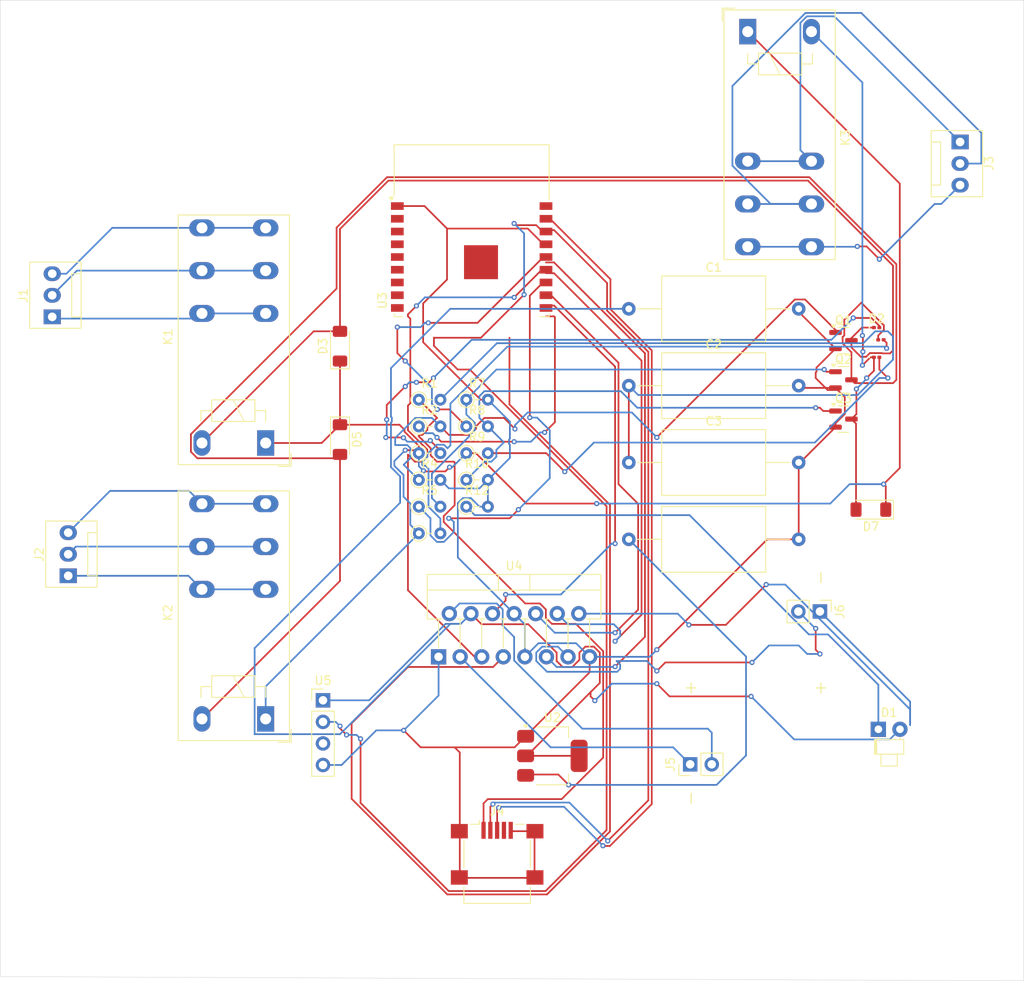
<source format=kicad_pcb>
(kicad_pcb (version 20240108) (generator "pcbnew") (generator_version "8.0")
  (layers (0 "F.Cu" signal) (31 "B.Cu" signal) (34 "B.Paste" user) (35 "F.Paste" user) (36 "B.SilkS" user "B.Silkscreen") (37 "F.SilkS" user "F.Silkscreen") (38 "B.Mask" user) (39 "F.Mask" user) (44 "Edge.Cuts" user))
  (net 0 "")
  (net 1 "+3.3V")
  (net 2 "Net-(D1-K)")
  (net 3 "Net-(D2-A)")
  (net 4 "Net-(D2-K)")
  (net 5 "+5V")
  (net 6 "Net-(D4-K)")
  (net 7 "Net-(D4-A)")
  (net 8 "Net-(D6-A)")
  (net 9 "Net-(D6-K)")
  (net 10 "Net-(J1-Pin_2)")
  (net 11 "Net-(J1-Pin_1)")
  (net 12 "Net-(J1-Pin_3)")
  (net 13 "Net-(J2-Pin_2)")
  (net 14 "Net-(J2-Pin_3)")
  (net 15 "Net-(J2-Pin_1)")
  (net 16 "Net-(J3-Pin_1)")
  (net 17 "Net-(J3-Pin_2)")
  (net 18 "Net-(J3-Pin_3)")
  (net 19 "GND")
  (net 20 "Net-(J4-VBUS)")
  (net 21 "/TX")
  (net 23 "/RX")
  (net 24 "Net-(J5-Pin_2)")
  (net 25 "Net-(J5-Pin_1)")
  (net 26 "Net-(J6-Pin_2)")
  (net 27 "Net-(J6-Pin_1)")
  (net 28 "Net-(Q1-B)")
  (net 29 "Net-(Q2-B)")
  (net 30 "Net-(Q3-B)")
  (net 31 "/RELAY1")
  (net 32 "/RELAY3")
  (net 33 "/C")
  (net 34 "/RELAY2")
  (net 35 "/S")
  (net 36 "/Q")
  (net 37 "/B")
  (net 38 "/Z")
  (net 39 "/A")
  (net 40 "/D")
  (net 41 "VBUS")
  (net 43 "Net-(C2-Pad1)")
  (footprint "Package_TO_SOT_SMD:SOT-23" (layer "F.Cu") (at 160.27 73.585)
    (property "Reference" "Q1")
    (property "Value" "BC817")
  )
  (footprint "Resistor_THT:R_Axial_DIN0204_L3.6mm_D1.6mm_P2.54mm_Vertical" (layer "F.Cu") (at 110.28 83.7)
    (property "Reference" "R2")
    (property "Value" "R" (hide yes))
  )
  (footprint "Resistor_THT:R_Axial_DIN0204_L3.6mm_D1.6mm_P2.54mm_Vertical" (layer "F.Cu") (at 110.28 86.85)
    (property "Reference" "R3" (hide yes))
    (property "Value" "R")
  )
  (footprint "Connector_PinHeader_2.54mm:PinHeader_1x02_P2.54mm_Vertical" (layer "F.Cu") (at 157.5 105.5 -90)
    (property "Reference" "J6")
    (property "Value" "Conn_01x02_Pin")
  )
  (footprint "LED_SMD:LED_0201_0603Metric" (layer "F.Cu") (at 164.175 72.06)
    (property "Reference" "D2")
    (property "Value" "LED" (hide yes))
  )
  (footprint "Connector_PinHeader_2.54mm:PinHeader_1x04_P2.54mm_Vertical" (layer "F.Cu") (at 99 115.96)
    (property "Reference" "U5")
    (property "Value" "DHT11")
  )
  (footprint "LED_SMD:LED_0201_0603Metric" (layer "F.Cu") (at 164.175 75.56)
    (property "Reference" "D6" (hide yes))
    (property "Value" "LED")
  )
  (footprint "Relay_THT:Relay_SPDT_Schrack-RT1-16A-FormC_RM5mm" (layer "F.Cu") (at 149 37.2 -90)
    (property "Reference" "K3")
    (property "Value" "RT314A03")
  )
  (footprint "Package_TO_SOT_THT:TO-220-15_P2.54x2.54mm_StaggerOdd_Lead4.58mm_Vertical" (layer "F.Cu") (at 112.605 110.835)
    (property "Reference" "U4")
    (property "Value" "L298N")
  )
  (footprint "Diode_SMD:D_MiniMELF" (layer "F.Cu") (at 101 74.25 90)
    (property "Reference" "D3")
    (property "Value" "LL4148")
  )
  (footprint "Relay_THT:Relay_SPDT_Schrack-RT1-16A-FormC_RM5mm" (layer "F.Cu") (at 92.25 85.65 90)
    (property "Reference" "K1")
    (property "Value" "RT314A03")
  )
  (footprint "Diode_SMD:D_MiniMELF" (layer "F.Cu") (at 101 85.25 -90)
    (property "Reference" "D5")
    (property "Value" "LL4148")
  )
  (footprint "Resistor_THT:R_Axial_DIN0204_L3.6mm_D1.6mm_P2.54mm_Vertical" (layer "F.Cu") (at 115.87 93.15)
    (property "Reference" "R12")
    (property "Value" "R")
  )
  (footprint "Package_TO_SOT_SMD:SOT-223-3_TabPin2" (layer "F.Cu") (at 126 122.5)
    (property "Reference" "U2")
    (property "Value" "AMS1117-3.3")
  )
  (footprint "Connector_PinHeader_2.54mm:PinHeader_1x02_P2.54mm_Vertical" (layer "F.Cu") (at 142.225 123.5 90)
    (property "Reference" "J5")
    (property "Value" "Conn_01x02_Pin")
  )
  (footprint "Connector:FanPinHeader_1x03_P2.54mm_Vertical" (layer "F.Cu") (at 174 50.2 -90)
    (property "Reference" "J3")
    (property "Value" "Screw_Terminal_01x03")
  )
  (footprint "Resistor_THT:R_Axial_DIN0204_L3.6mm_D1.6mm_P2.54mm_Vertical" (layer "F.Cu") (at 115.87 80.55)
    (property "Reference" "R7")
    (property "Value" "R")
  )
  (footprint "Resistor_THT:R_Axial_DIN0204_L3.6mm_D1.6mm_P2.54mm_Vertical" (layer "F.Cu") (at 115.87 90)
    (property "Reference" "R10")
    (property "Value" "R")
  )
  (footprint "Connector:FanPinHeader_1x03_P2.54mm_Vertical" (layer "F.Cu") (at 67.125 70.795 90)
    (property "Reference" "J1")
    (property "Value" "Screw_Terminal_01x03")
  )
  (footprint "Package_TO_SOT_SMD:SOT-23" (layer "F.Cu") (at 160.27 82.835)
    (property "Reference" "Q3")
    (property "Value" "BC817")
  )
  (footprint "Connector_USB:USB_Mini-B_Lumberg_2486_01_Horizontal" (layer "F.Cu") (at 119.5 133.975)
    (property "Reference" "J4")
    (property "Value" "USB_B_Mini")
  )
  (footprint "Capacitor_THT:C_Axial_L12.0mm_D7.5mm_P20.00mm_Horizontal" (layer "F.Cu") (at 135 97)
    (property "Reference" "C4" (hide yes))
    (property "Value" "C")
  )
  (footprint "Capacitor_THT:C_Axial_L12.0mm_D7.5mm_P20.00mm_Horizontal" (layer "F.Cu") (at 135 87.95)
    (property "Reference" "C3")
    (property "Value" "C" (hide yes))
  )
  (footprint "Resistor_THT:R_Axial_DIN0204_L3.6mm_D1.6mm_P2.54mm_Vertical" (layer "F.Cu") (at 110.28 80.55)
    (property "Reference" "R1")
    (property "Value" "R")
  )
  (footprint "Diode_SMD:D_MiniMELF" (layer "F.Cu") (at 163.5 93.5 180)
    (property "Reference" "D7")
    (property "Value" "LL4148")
  )
  (footprint "Capacitor_THT:C_Axial_L12.0mm_D7.5mm_P20.00mm_Horizontal" (layer "F.Cu") (at 135 78.9)
    (property "Reference" "C2")
    (property "Value" "C")
  )
  (footprint "Package_TO_SOT_SMD:SOT-23" (layer "F.Cu") (at 160.27 78.21)
    (property "Reference" "Q2")
    (property "Value" "BC817")
  )
  (footprint "Relay_THT:Relay_SPDT_Schrack-RT1-16A-FormC_RM5mm" (layer "F.Cu") (at 92.25 118.15 90)
    (property "Reference" "K2")
    (property "Value" "RT314A03")
  )
  (footprint "RF_Module:ESP-WROOM-02" (layer "F.Cu") (at 116.5 63.745)
    (property "Reference" "U3")
    (property "Value" "ESP-WROOM-02")
  )
  (footprint "LED_SMD:LED_0201_0603Metric" (layer "F.Cu") (at 164.68 73.5)
    (property "Reference" "D4" (hide yes))
    (property "Value" "LED" (hide yes))
  )
  (footprint "Resistor_THT:R_Axial_DIN0204_L3.6mm_D1.6mm_P2.54mm_Vertical" (layer "F.Cu") (at 115.87 83.7)
    (property "Reference" "R8")
    (property "Value" "R")
  )
  (footprint "LED_THT:LED_D1.8mm_W1.8mm_H2.4mm_Horizontal_O1.27mm_Z1.6mm" (layer "F.Cu") (at 164.38 119.37)
    (property "Reference" "D1")
    (property "Value" "LED")
  )
  (footprint "Resistor_THT:R_Axial_DIN0204_L3.6mm_D1.6mm_P2.54mm_Vertical" (layer "F.Cu") (at 110.28 90)
    (property "Reference" "R4")
    (property "Value" "R")
  )
  (footprint "Connector:FanPinHeader_1x03_P2.54mm_Vertical" (layer "F.Cu") (at 69.01 101.295 90)
    (property "Reference" "J2")
    (property "Value" "Screw_Terminal_01x03")
  )
  (footprint "Resistor_THT:R_Axial_DIN0204_L3.6mm_D1.6mm_P2.54mm_Vertical" (layer "F.Cu") (at 115.87 86.85)
    (property "Reference" "R9")
    (property "Value" "R")
  )
  (footprint "Capacitor_THT:C_Axial_L12.0mm_D7.5mm_P20.00mm_Horizontal" (layer "F.Cu") (at 135 69.85)
    (property "Reference" "C1")
    (property "Value" "C")
  )
  (footprint "Resistor_THT:R_Axial_DIN0204_L3.6mm_D1.6mm_P2.54mm_Vertical" (layer "F.Cu") (at 110.28 93.15)
    (property "Reference" "R5")
    (property "Value" "R" (hide yes))
  )
  (footprint "Resistor_THT:R_Axial_DIN0204_L3.6mm_D1.6mm_P2.54mm_Vertical" (layer "F.Cu") (at 110.28 96.3)
    (property "Reference" "R6" (hide yes))
    (property "Value" "R")
  )
  (gr_line (start 181.5 149) (end 181.5 33.5) (stroke (width 0.05)) (layer "Edge.Cuts"))
  (gr_line (start 181.5 33.5) (end 61 33.5) (stroke (width 0.05)) (layer "Edge.Cuts"))
  (gr_line (start 61 33.5) (end 61 148.5) (stroke (width 0.05)) (layer "Edge.Cuts"))
  (gr_line (start 61 148.5) (end 181.5 149) (stroke (width 0.05)) (layer "Edge.Cuts"))
  (segment (start 130.5 115) (end 131.585 113.915) (width 0.2) (layer "F.Cu") (net 1))
  (segment (start 123.167057 107) (end 117.66 107) (width 0.2) (layer "F.Cu") (net 1))
  (segment (start 122.85 122.5) (end 123 122.5) (width 0.2) (layer "F.Cu") (net 1))
  (segment (start 126.505 110.337943) (end 123.167057 107) (width 0.2) (layer "F.Cu") (net 1))
  (segment (start 130.5 115.5) (end 130.5 115) (width 0.2) (layer "F.Cu") (net 1))
  (segment (start 130.882057 109.635) (end 129.887943 109.635) (width 0.2) (layer "F.Cu") (net 1))
  (segment (start 129.185 110.337943) (end 129.185 111.192057) (width 0.2) (layer "F.Cu") (net 1))
  (segment (start 128.342057 112.035) (end 127.207943 112.035) (width 0.2) (layer "F.Cu") (net 1))
  (segment (start 127.207943 112.035) (end 126.505 111.332057) (width 0.2) (layer "F.Cu") (net 1))
  (segment (start 117.66 107) (end 116.415 105.755) (width 0.2) (layer "F.Cu") (net 1))
  (segment (start 149.4 115.5) (end 139.8 115.5) (width 0.2) (layer "F.Cu") (net 1))
  (segment (start 123 122.5) (end 130.5 115) (width 0.2) (layer "F.Cu") (net 1))
  (segment (start 139.8 115.5) (end 138.3 114) (width 0.2) (layer "F.Cu") (net 1))
  (segment (start 129.185 111.192057) (end 128.342057 112.035) (width 0.2) (layer "F.Cu") (net 1))
  (segment (start 122.85 122.5) (end 129.15 122.5) (width 0.2) (layer "F.Cu") (net 1))
  (segment (start 131 116) (end 130.5 115.5) (width 0.2) (layer "F.Cu") (net 1))
  (segment (start 126.505 111.332057) (end 126.505 110.337943) (width 0.2) (layer "F.Cu") (net 1))
  (segment (start 129.887943 109.635) (end 129.185 110.337943) (width 0.2) (layer "F.Cu") (net 1))
  (segment (start 131.585 110.337943) (end 130.882057 109.635) (width 0.2) (layer "F.Cu") (net 1))
  (segment (start 131.585 113.915) (end 131.585 110.337943) (width 0.2) (layer "F.Cu") (net 1))
  (via (at 149.4 115.5) (size 0.6) (drill 0.3) (layers "F.Cu" "B.Cu") (net 1))
  (via (at 138.3 114) (size 0.6) (drill 0.3) (layers "F.Cu" "B.Cu") (net 1))
  (via (at 131 116) (size 0.6) (drill 0.3) (layers "F.Cu" "B.Cu") (net 1))
  (segment (start 115.215 106.955) (end 116.415 105.755) (width 0.2) (layer "B.Cu") (net 1))
  (segment (start 113.425 106.955) (end 115.215 106.955) (width 0.2) (layer "B.Cu") (net 1))
  (segment (start 104.42 115.96) (end 113.425 106.955) (width 0.2) (layer "B.Cu") (net 1))
  (segment (start 107 76.831471) (end 107 82.551471) (width 0.2) (layer "B.Cu") (net 1))
  (segment (start 107 82.551471) (end 107.1 82.651471) (width 0.2) (layer "B.Cu") (net 1))
  (segment (start 90.95 119.95) (end 101.005 119.95) (width 0.2) (layer "B.Cu") (net 1))
  (segment (start 113.981471 69.85) (end 107 76.831471) (width 0.2) (layer "B.Cu") (net 1))
  (segment (start 101.005 119.95) (end 114 106.955) (width 0.2) (layer "B.Cu") (net 1))
  (segment (start 154.47 120.57) (end 149.4 115.5) (width 0.2) (layer "B.Cu") (net 1))
  (segment (start 107 83.248529) (end 107 88.5) (width 0.2) (layer "B.Cu") (net 1))
  (segment (start 114 106.955) (end 115.215 106.955) (width 0.2) (layer "B.Cu") (net 1))
  (segment (start 108.08 89.58) (end 108.08 92.685786) (width 0.2) (layer "B.Cu") (net 1))
  (segment (start 135 69.85) (end 113.981471 69.85) (width 0.2) (layer "B.Cu") (net 1))
  (segment (start 107.1 82.651471) (end 107.1 83.148529) (width 0.2) (layer "B.Cu") (net 1))
  (segment (start 166.92 119.37) (end 165.72 120.57) (width 0.2) (layer "B.Cu") (net 1))
  (segment (start 133 114) (end 131 116) (width 0.2) (layer "B.Cu") (net 1))
  (segment (start 99 115.96) (end 104.42 115.96) (width 0.2) (layer "B.Cu") (net 1))
  (segment (start 138.3 114) (end 133 114) (width 0.2) (layer "B.Cu") (net 1))
  (segment (start 108.08 92.685786) (end 90.95 109.815786) (width 0.2) (layer "B.Cu") (net 1))
  (segment (start 107 88.5) (end 108.08 89.58) (width 0.2) (layer "B.Cu") (net 1))
  (segment (start 165.72 120.57) (end 154.47 120.57) (width 0.2) (layer "B.Cu") (net 1))
  (segment (start 107.1 83.148529) (end 107 83.248529) (width 0.2) (layer "B.Cu") (net 1))
  (segment (start 90.95 109.815786) (end 90.95 119.95) (width 0.2) (layer "B.Cu") (net 1))
  (segment (start 164.38 114.127308) (end 164.38 119.37) (width 0.2) (layer "B.Cu") (net 2))
  (segment (start 115.87 93.15) (end 116.87 94.15) (width 0.2) (layer "B.Cu") (net 2))
  (segment (start 142.15 94.15) (end 156.2 108.2) (width 0.2) (layer "B.Cu") (net 2))
  (segment (start 156.2 108.2) (end 158.452692 108.2) (width 0.2) (layer "B.Cu") (net 2))
  (segment (start 158.452692 108.2) (end 164.38 114.127308) (width 0.2) (layer "B.Cu") (net 2))
  (segment (start 116.87 94.15) (end 142.15 94.15) (width 0.2) (layer "B.Cu") (net 2))
  (segment (start 106.4 85) (end 108.429998 85) (width 0.2) (layer "F.Cu") (net 3))
  (segment (start 108.68 79) (end 106.5 81.18) (width 0.2) (layer "F.Cu") (net 3))
  (segment (start 163.559264 70.924265) (end 161.424265 70.924265) (width 0.2) (layer "F.Cu") (net 3))
  (segment (start 108.429998 85) (end 108.464999 85.035001) (width 0.2) (layer "F.Cu") (net 3))
  (segment (start 164.495 72.06) (end 164.495 71.860001) (width 0.2) (layer "F.Cu") (net 3))
  (segment (start 164.495 71.860001) (end 163.559264 70.924265) (width 0.2) (layer "F.Cu") (net 3))
  (segment (start 106.5 81.18) (end 106.5 82.9) (width 0.2) (layer "F.Cu") (net 3))
  (segment (start 111.5 78.5) (end 110 78.5) (width 0.2) (layer "F.Cu") (net 3))
  (segment (start 112 78) (end 111.5 78.5) (width 0.2) (layer "F.Cu") (net 3))
  (segment (start 111.629215 85.370785) (end 112.82 86.56157) (width 0.2) (layer "F.Cu") (net 3))
  (segment (start 112.82 86.56157) (end 112.82 86.85) (width 0.2) (layer "F.Cu") (net 3))
  (via (at 106.5 82.9) (size 0.6) (drill 0.3) (layers "F.Cu" "B.Cu") (net 3))
  (via (at 108.464999 85.035001) (size 0.6) (drill 0.3) (layers "F.Cu" "B.Cu") (net 3))
  (via (at 108.68 79) (size 0.6) (drill 0.3) (layers "F.Cu" "B.Cu") (net 3))
  (via (at 106.4 85) (size 0.6) (drill 0.3) (layers "F.Cu" "B.Cu") (net 3))
  (via (at 110 78.5) (size 0.6) (drill 0.3) (layers "F.Cu" "B.Cu") (net 3))
  (via (at 161.424265 70.924265) (size 0.6) (drill 0.3) (layers "F.Cu" "B.Cu") (net 3))
  (via (at 111.629215 85.370785) (size 0.6) (drill 0.3) (layers "F.Cu" "B.Cu") (net 3))
  (via (at 112 78) (size 0.6) (drill 0.3) (layers "F.Cu" "B.Cu") (net 3))
  (segment (start 106.5 84.9) (end 106.4 85) (width 0.2) (layer "B.Cu") (net 3))
  (segment (start 109.18 78.5) (end 108.68 79) (width 0.2) (layer "B.Cu") (net 3))
  (segment (start 108.464999 85.035001) (end 108.929998 85.5) (width 0.2) (layer "B.Cu") (net 3))
  (segment (start 111.5 85.5) (end 111.629215 85.370785) (width 0.2) (layer "B.Cu") (net 3))
  (segment (start 106.5 82.9) (end 106.5 84.9) (width 0.2) (layer "B.Cu") (net 3))
  (segment (start 108.929998 85.5) (end 111.5 85.5) (width 0.2) (layer "B.Cu") (net 3))
  (segment (start 158.84853 73.5) (end 116.5 73.5) (width 0.2) (layer "B.Cu") (net 3))
  (segment (start 110 78.5) (end 109.18 78.5) (width 0.2) (layer "B.Cu") (net 3))
  (segment (start 116.5 73.5) (end 112 78) (width 0.2) (layer "B.Cu") (net 3))
  (segment (start 161.424265 70.924265) (end 158.84853 73.5) (width 0.2) (layer "B.Cu") (net 3))
  (segment (start 166.1 74.748529) (end 165.748529 75.1) (width 0.2) (layer "F.Cu") (net 4))
  (segment (start 162.310134 75.5) (end 161.2075 74.397366) (width 0.2) (layer "F.Cu") (net 4))
  (segment (start 166.1 64.761522) (end 166.1 74.748529) (width 0.2) (layer "F.Cu") (net 4))
  (segment (start 106.7 54.745) (end 156.083478 54.745) (width 0.2) (layer "F.Cu") (net 4))
  (segment (start 156.083478 54.745) (end 166.1 64.761522) (width 0.2) (layer "F.Cu") (net 4))
  (segment (start 162.934314 75.5) (end 162.310134 75.5) (width 0.2) (layer "F.Cu") (net 4))
  (segment (start 162.44 72.06) (end 163.855 72.06) (width 0.2) (layer "F.Cu") (net 4))
  (segment (start 164.793456 75.06) (end 163.374314 75.06) (width 0.2) (layer "F.Cu") (net 4))
  (segment (start 161.2075 74.397366) (end 161.2075 73.585) (width 0.2) (layer "F.Cu") (net 4))
  (segment (start 161.2075 73.2925) (end 162.44 72.06) (width 0.2) (layer "F.Cu") (net 4))
  (segment (start 161.2075 73.585) (end 161.2075 73.2925) (width 0.2) (layer "F.Cu") (net 4))
  (segment (start 97.9 72.5) (end 84.75 85.65) (width 0.2) (layer "F.Cu") (net 4))
  (segment (start 165.748529 75.1) (end 164.833456 75.1) (width 0.2) (layer "F.Cu") (net 4))
  (segment (start 163.374314 75.06) (end 162.934314 75.5) (width 0.2) (layer "F.Cu") (net 4))
  (segment (start 101 72.5) (end 101 60.445) (width 0.2) (layer "F.Cu") (net 4))
  (segment (start 101 72.5) (end 97.9 72.5) (width 0.2) (layer "F.Cu") (net 4))
  (segment (start 164.833456 75.1) (end 164.793456 75.06) (width 0.2) (layer "F.Cu") (net 4))
  (segment (start 101 60.445) (end 106.7 54.745) (width 0.2) (layer "F.Cu") (net 4))
  (segment (start 110.82 88.928365) (end 110.891635 89) (width 0.2) (layer "F.Cu") (net 5))
  (segment (start 116.995786 86.85) (end 122.932944 92.787158) (width 0.2) (layer "F.Cu") (net 5))
  (segment (start 108.6 84.1) (end 108.6 84.321472) (width 0.2) (layer "F.Cu") (net 5))
  (segment (start 110.28 86.001472) (end 110.28 86.85) (width 0.2) (layer "F.Cu") (net 5))
  (segment (start 101 83.5) (end 108 83.5) (width 0.2) (layer "F.Cu") (net 5))
  (segment (start 166.9 55.1) (end 149 37.2) (width 0.2) (layer "F.Cu") (net 5))
  (segment (start 165 90.5) (end 166.9 88.6) (width 0.2) (layer "F.Cu") (net 5))
  (segment (start 108.6 84.321472) (end 110.28 86.001472) (width 0.2) (layer "F.Cu") (net 5))
  (segment (start 98.85 85.65) (end 101 83.5) (width 0.2) (layer "F.Cu") (net 5))
  (segment (start 108.68 86.5) (end 109.93 86.5) (width 0.2) (layer "F.Cu") (net 5))
  (segment (start 110.891635 89) (end 113.4 89) (width 0.2) (layer "F.Cu") (net 5))
  (segment (start 109.93 86.5) (end 110.28 86.85) (width 0.2) (layer "F.Cu") (net 5))
  (segment (start 166.9 88.6) (end 166.9 55.1) (width 0.2) (layer "F.Cu") (net 5))
  (segment (start 122.932944 92.787158) (end 131.212842 92.787158) (width 0.2) (layer "F.Cu") (net 5))
  (segment (start 101 76) (end 101 83.5) (width 0.2) (layer "F.Cu") (net 5))
  (segment (start 108 83.5) (end 108.6 84.1) (width 0.2) (layer "F.Cu") (net 5))
  (segment (start 92.25 85.65) (end 98.85 85.65) (width 0.2) (layer "F.Cu") (net 5))
  (segment (start 115.87 86.85) (end 116.995786 86.85) (width 0.2) (layer "F.Cu") (net 5))
  (segment (start 165 90.5) (end 165.25 90.75) (width 0.2) (layer "F.Cu") (net 5))
  (segment (start 165.25 90.75) (end 165.25 93.5) (width 0.2) (layer "F.Cu") (net 5))
  (segment (start 113.4 89) (end 113.9 88.5) (width 0.2) (layer "F.Cu") (net 5))
  (via (at 165 90.5) (size 0.6) (drill 0.3) (layers "F.Cu" "B.Cu") (net 5))
  (via (at 131.212842 92.787158) (size 0.6) (drill 0.3) (layers "F.Cu" "B.Cu") (net 5))
  (via (at 110.82 88.928365) (size 0.6) (drill 0.3) (layers "F.Cu" "B.Cu") (net 5))
  (via (at 108.68 86.5) (size 0.6) (drill 0.3) (layers "F.Cu" "B.Cu") (net 5))
  (via (at 113.9 88.5) (size 0.6) (drill 0.3) (layers "F.Cu" "B.Cu") (net 5))
  (segment (start 108.48 89.414314) (end 107.4 88.334314) (width 0.2) (layer "B.Cu") (net 5))
  (segment (start 107.4 88.334314) (end 107.4 87.78) (width 0.2) (layer "B.Cu") (net 5))
  (segment (start 92.25 118.15) (end 92.25 114.33) (width 0.2) (layer "B.Cu") (net 5))
  (segment (start 161 90.5) (end 165 90.5) (width 0.2) (layer "B.Cu") (net 5))
  (segment (start 113.9 88.5) (end 114.22 88.5) (width 0.2) (layer "B.Cu") (net 5))
  (segment (start 110.82 88.928365) (end 110.28 88.388365) (width 0.2) (layer "B.Cu") (net 5))
  (segment (start 114.22 88.5) (end 115.87 86.85) (width 0.2) (layer "B.Cu") (net 5))
  (segment (start 92.25 114.33) (end 110.28 96.3) (width 0.2) (layer "B.Cu") (net 5))
  (segment (start 131.212842 92.787158) (end 158.712842 92.787158) (width 0.2) (layer "B.Cu") (net 5))
  (segment (start 108.48 91.98) (end 108.48 89.414314) (width 0.2) (layer "B.Cu") (net 5))
  (segment (start 109.28 92.78) (end 108.48 91.98) (width 0.2) (layer "B.Cu") (net 5))
  (segment (start 110.28 96.3) (end 109.28 95.3) (width 0.2) (layer "B.Cu") (net 5))
  (segment (start 109.28 95.3) (end 109.28 92.78) (width 0.2) (layer "B.Cu") (net 5))
  (segment (start 110.28 88.388365) (end 110.28 86.85) (width 0.2) (layer "B.Cu") (net 5))
  (segment (start 107.4 87.78) (end 108.68 86.5) (width 0.2) (layer "B.Cu") (net 5))
  (segment (start 158.712842 92.787158) (end 161 90.5) (width 0.2) (layer "B.Cu") (net 5))
  (segment (start 165.025 72.328456) (end 164.36 72.993456) (width 0.2) (layer "F.Cu") (net 6))
  (segment (start 166.5 64.595836) (end 166.5 78.21) (width 0.2) (layer "F.Cu") (net 6))
  (segment (start 101 87) (end 100.55 87.45) (width 0.2) (layer "F.Cu") (net 6))
  (segment (start 160.37 71.13) (end 162.366728 69.133272) (width 0.2) (layer "F.Cu") (net 6))
  (segment (start 160.37 72.975552) (end 160.37 71.13) (width 0.2) (layer "F.Cu") (net 6))
  (segment (start 101 87) (end 101 101.9) (width 0.2) (layer "F.Cu") (net 6))
  (segment (start 165.025 71.791544) (end 165.025 72.328456) (width 0.2) (layer "F.Cu") (net 6))
  (segment (start 160.17 73.175552) (end 160.37 72.975552) (width 0.2) (layer "F.Cu") (net 6))
  (segment (start 161.2075 78.21) (end 161.2075 74.963052) (width 0.2) (layer "F.Cu") (net 6))
  (segment (start 160.17 73.925552) (end 160.17 73.175552) (width 0.2) (layer "F.Cu") (net 6))
  (segment (start 166.11 78.6) (end 161.5975 78.6) (width 0.2) (layer "F.Cu") (net 6))
  (segment (start 83.45 84.611522) (end 100.6 67.461522) (width 0.2) (layer "F.Cu") (net 6))
  (segment (start 84.211522 87.45) (end 83.45 86.688478) (width 0.2) (layer "F.Cu") (net 6))
  (segment (start 100.6 67.461522) (end 100.6 60.279314) (width 0.2) (layer "F.Cu") (net 6))
  (segment (start 164.36 72.993456) (end 164.36 73.5) (width 0.2) (layer "F.Cu") (net 6))
  (segment (start 100.55 87.45) (end 84.211522 87.45) (width 0.2) (layer "F.Cu") (net 6))
  (segment (start 161.2075 74.963052) (end 160.17 73.925552) (width 0.2) (layer "F.Cu") (net 6))
  (segment (start 162.366728 69.133272) (end 165.025 71.791544) (width 0.2) (layer "F.Cu") (net 6))
  (segment (start 100.6 60.279314) (end 106.534314 54.345) (width 0.2) (layer "F.Cu") (net 6))
  (segment (start 161.5975 78.6) (end 161.2075 78.21) (width 0.2) (layer "F.Cu") (net 6))
  (segment (start 166.5 78.21) (end 166.11 78.6) (width 0.2) (layer "F.Cu") (net 6))
  (segment (start 101 101.9) (end 84.75 118.15) (width 0.2) (layer "F.Cu") (net 6))
  (segment (start 156.249164 54.345) (end 166.5 64.595836) (width 0.2) (layer "F.Cu") (net 6))
  (segment (start 106.534314 54.345) (end 156.249164 54.345) (width 0.2) (layer "F.Cu") (net 6))
  (segment (start 83.45 86.688478) (end 83.45 84.611522) (width 0.2) (layer "F.Cu") (net 6))
  (segment (start 165.348527 73.848527) (end 165 73.5) (width 0.2) (layer "F.Cu") (net 7))
  (segment (start 165.348527 74.5) (end 165.348527 73.848527) (width 0.2) (layer "F.Cu") (net 7))
  (via (at 165.348527 74.5) (size 0.6) (drill 0.3) (layers "F.Cu" "B.Cu") (net 7))
  (segment (start 165.148527 74.3) (end 120.705786 74.3) (width 0.2) (layer "B.Cu") (net 7))
  (segment (start 112.405786 85.85) (end 111.28 86.975786) (width 0.2) (layer "B.Cu") (net 7))
  (segment (start 112.82 94.564214) (end 112.82 96.3) (width 0.2) (layer "B.Cu") (net 7))
  (segment (start 111.42 88.679836) (end 111.42 93.164214) (width 0.2) (layer "B.Cu") (net 7))
  (segment (start 111.28 87.264214) (end 110.68 87.864214) (width 0.2) (layer "B.Cu") (net 7))
  (segment (start 111.068529 88.328365) (end 111.42 88.679836) (width 0.2) (layer "B.Cu") (net 7))
  (segment (start 114 81.005786) (end 114 85.934314) (width 0.2) (layer "B.Cu") (net 7))
  (segment (start 113.659264 86.27505) (end 113.234214 85.85) (width 0.2) (layer "B.Cu") (net 7))
  (segment (start 111.28 86.975786) (end 111.28 87.264214) (width 0.2) (layer "B.Cu") (net 7))
  (segment (start 110.785686 88.328365) (end 111.068529 88.328365) (width 0.2) (layer "B.Cu") (net 7))
  (segment (start 120.705786 74.3) (end 114 81.005786) (width 0.2) (layer "B.Cu") (net 7))
  (segment (start 165.348527 74.5) (end 165.148527 74.3) (width 0.2) (layer "B.Cu") (net 7))
  (segment (start 114 85.934314) (end 113.659264 86.27505) (width 0.2) (layer "B.Cu") (net 7))
  (segment (start 111.42 93.164214) (end 112.82 94.564214) (width 0.2) (layer "B.Cu") (net 7))
  (segment (start 110.68 87.864214) (end 110.68 88.222679) (width 0.2) (layer "B.Cu") (net 7))
  (segment (start 113.234214 85.85) (end 112.405786 85.85) (width 0.2) (layer "B.Cu") (net 7))
  (segment (start 110.68 88.222679) (end 110.785686 88.328365) (width 0.2) (layer "B.Cu") (net 7))
  (segment (start 164.495 76.995) (end 164.495 75.56) (width 0.2) (layer "F.Cu") (net 8))
  (segment (start 165.5 78) (end 164.495 76.995) (width 0.2) (layer "F.Cu") (net 8))
  (segment (start 118.41 86.85) (end 125.275684 86.85) (width 0.2) (layer "F.Cu") (net 8))
  (segment (start 125.275684 86.85) (end 127.462842 89.037158) (width 0.2) (layer "F.Cu") (net 8))
  (via (at 127.462842 89.037158) (size 0.6) (drill 0.3) (layers "F.Cu" "B.Cu") (net 8))
  (via (at 165.5 78) (size 0.6) (drill 0.3) (layers "F.Cu" "B.Cu") (net 8))
  (segment (start 164.5 78) (end 156.9 85.6) (width 0.2) (layer "B.Cu") (net 8))
  (segment (start 130.9 85.6) (end 127.462842 89.037158) (width 0.2) (layer "B.Cu") (net 8))
  (segment (start 156.9 85.6) (end 130.9 85.6) (width 0.2) (layer "B.Cu") (net 8))
  (segment (start 165.5 78) (end 164.5 78) (width 0.2) (layer "B.Cu") (net 8))
  (segment (start 161.792892 82.249608) (end 161.2075 82.835) (width 0.2) (layer "F.Cu") (net 9))
  (segment (start 163.855 77.145) (end 163 78) (width 0.2) (layer "F.Cu") (net 9))
  (segment (start 162.558662 74.9) (end 162.558662 73.058662) (width 0.2) (layer "F.Cu") (net 9))
  (segment (start 162.5 76.5) (end 163.44 75.56) (width 0.2) (layer "F.Cu") (net 9))
  (segment (start 161.75 83.3775) (end 161.2075 82.835) (width 0.2) (layer "F.Cu") (net 9))
  (segment (start 163.855 75.56) (end 163.855 77.145) (width 0.2) (layer "F.Cu") (net 9))
  (segment (start 163.44 75.56) (end 163.855 75.56) (width 0.2) (layer "F.Cu") (net 9))
  (segment (start 161.75 93.5) (end 161.75 83.3775) (width 0.2) (layer "F.Cu") (net 9))
  (segment (start 162.558662 73.058662) (end 162.5 73) (width 0.2) (layer "F.Cu") (net 9))
  (segment (start 161.792892 79.292892) (end 161.792892 82.249608) (width 0.2) (layer "F.Cu") (net 9))
  (via (at 163 78) (size 0.6) (drill 0.3) (layers "F.Cu" "B.Cu") (net 9))
  (via (at 161.792892 79.292892) (size 0.6) (drill 0.3) (layers "F.Cu" "B.Cu") (net 9))
  (via (at 162.5 76.5) (size 0.6) (drill 0.3) (layers "F.Cu" "B.Cu") (net 9))
  (via (at 162.5 73) (size 0.6) (drill 0.3) (layers "F.Cu" "B.Cu") (net 9))
  (via (at 162.558662 74.9) (size 0.6) (drill 0.3) (layers "F.Cu" "B.Cu") (net 9))
  (segment (start 162.5 76.5) (end 162.5 74.958662) (width 0.2) (layer "B.Cu") (net 9))
  (segment (start 162.5 73) (end 162.5 43.2) (width 0.2) (layer "B.Cu") (net 9))
  (segment (start 163 78) (end 163 78.085784) (width 0.2) (layer "B.Cu") (net 9))
  (segment (start 162.5 43.2) (end 156.5 37.2) (width 0.2) (layer "B.Cu") (net 9))
  (segment (start 163 78.085784) (end 161.792892 79.292892) (width 0.2) (layer "B.Cu") (net 9))
  (segment (start 162.5 74.958662) (end 162.558662 74.9) (width 0.2) (layer "B.Cu") (net 9))
  (segment (start 84.75 65.35) (end 70.03 65.35) (width 0.2) (layer "B.Cu") (net 10))
  (segment (start 92.25 65.35) (end 84.75 65.35) (width 0.2) (layer "B.Cu") (net 10))
  (segment (start 70.03 65.35) (end 67.125 68.255) (width 0.2) (layer "B.Cu") (net 10))
  (segment (start 67.33 71) (end 84.14 71) (width 0.2) (layer "B.Cu") (net 11))
  (segment (start 67.125 70.795) (end 67.33 71) (width 0.2) (layer "B.Cu") (net 11))
  (segment (start 92.25 70.39) (end 84.75 70.39) (width 0.2) (layer "B.Cu") (net 11))
  (segment (start 84.14 71) (end 84.75 70.39) (width 0.2) (layer "B.Cu") (net 11))
  (segment (start 84.75 60.31) (end 74.19 60.31) (width 0.2) (layer "B.Cu") (net 12))
  (segment (start 68.785 65.715) (end 67.125 65.715) (width 0.2) (layer "B.Cu") (net 12))
  (segment (start 92.25 60.31) (end 84.75 60.31) (width 0.2) (layer "B.Cu") (net 12))
  (segment (start 74.19 60.31) (end 68.785 65.715) (width 0.2) (layer "B.Cu") (net 12))
  (segment (start 92.25 97.85) (end 84.75 97.85) (width 0.2) (layer "B.Cu") (net 13))
  (segment (start 84.75 97.85) (end 69.915 97.85) (width 0.2) (layer "B.Cu") (net 13))
  (segment (start 69.915 97.85) (end 69.01 98.755) (width 0.2) (layer "B.Cu") (net 13))
  (segment (start 73.93 91.295) (end 83.235 91.295) (width 0.2) (layer "B.Cu") (net 14))
  (segment (start 69.01 96.215) (end 73.93 91.295) (width 0.2) (layer "B.Cu") (net 14))
  (segment (start 83.235 91.295) (end 84.75 92.81) (width 0.2) (layer "B.Cu") (net 14))
  (segment (start 84.75 92.81) (end 92.25 92.81) (width 0.2) (layer "B.Cu") (net 14))
  (segment (start 84.75 102.89) (end 92.25 102.89) (width 0.2) (layer "B.Cu") (net 15))
  (segment (start 83.155 101.295) (end 84.75 102.89) (width 0.2) (layer "B.Cu") (net 15))
  (segment (start 69.01 101.295) (end 83.155 101.295) (width 0.2) (layer "B.Cu") (net 15))
  (segment (start 155.2 51.16) (end 155.2 36.161522) (width 0.2) (layer "B.Cu") (net 16))
  (segment (start 156.5 52.46) (end 155.2 51.16) (width 0.2) (layer "B.Cu") (net 16))
  (segment (start 155.2 36.161522) (end 155.961522 35.4) (width 0.2) (layer "B.Cu") (net 16))
  (segment (start 159.2 35.4) (end 174 50.2) (width 0.2) (layer "B.Cu") (net 16))
  (segment (start 149 52.46) (end 156.5 52.46) (width 0.2) (layer "B.Cu") (net 16))
  (segment (start 155.961522 35.4) (end 159.2 35.4) (width 0.2) (layer "B.Cu") (net 16))
  (segment (start 162.37 35) (end 176.5 49.13) (width 0.2) (layer "B.Cu") (net 17))
  (segment (start 176.5 49.13) (end 176.5 52.7) (width 0.2) (layer "B.Cu") (net 17))
  (segment (start 151.701522 57.5) (end 147.2 52.998478) (width 0.2) (layer "B.Cu") (net 17))
  (segment (start 176.46 52.74) (end 174 52.74) (width 0.2) (layer "B.Cu") (net 17))
  (segment (start 149 57.5) (end 156.5 57.5) (width 0.2) (layer "B.Cu") (net 17))
  (segment (start 156.5 57.5) (end 151.701522 57.5) (width 0.2) (layer "B.Cu") (net 17))
  (segment (start 147.2 52.998478) (end 147.2 43.595836) (width 0.2) (layer "B.Cu") (net 17))
  (segment (start 155.795836 35) (end 162.37 35) (width 0.2) (layer "B.Cu") (net 17))
  (segment (start 176.5 52.7) (end 176.46 52.74) (width 0.2) (layer "B.Cu") (net 17))
  (segment (start 147.2 43.595836) (end 155.795836 35) (width 0.2) (layer "B.Cu") (net 17))
  (segment (start 162.989948 62.5) (end 164.494974 64.005026) (width 0.2) (layer "F.Cu") (net 18))
  (segment (start 161.9 62.5) (end 162.989948 62.5) (width 0.2) (layer "F.Cu") (net 18))
  (via (at 161.9 62.5) (size 0.6) (drill 0.3) (layers "F.Cu" "B.Cu") (net 18))
  (via (at 164.494974 64.005026) (size 0.6) (drill 0.3) (layers "F.Cu" "B.Cu") (net 18))
  (segment (start 164.494974 64.005026) (end 171 57.5) (width 0.2) (layer "B.Cu") (net 18))
  (segment (start 156.5 62.54) (end 161.86 62.54) (width 0.2) (layer "B.Cu") (net 18))
  (segment (start 171 57.5) (end 171.78 57.5) (width 0.2) (layer "B.Cu") (net 18))
  (segment (start 161.86 62.54) (end 161.9 62.5) (width 0.2) (layer "B.Cu") (net 18))
  (segment (start 149 62.54) (end 156.5 62.54) (width 0.2) (layer "B.Cu") (net 18))
  (segment (start 171.78 57.5) (end 174 55.28) (width 0.2) (layer "B.Cu") (net 18))
  (segment (start 122.85 120.2) (end 121.55 121.5) (width 0.2) (layer "F.Cu") (net 19))
  (segment (start 110.79 73.785) (end 117.555 80.55) (width 0.2) (layer "F.Cu") (net 19))
  (segment (start 160.429448 82.235) (end 159.3325 83.331948) (width 0.2) (layer "F.Cu") (net 19))
  (segment (start 155 97) (end 155 87.95) (width 0.2) (layer "F.Cu") (net 19))
  (segment (start 117.555 80.55) (end 118.41 80.55) (width 0.2) (layer "F.Cu") (net 19))
  (segment (start 159.58625 79.41375) (end 160.429448 80.256948) (width 0.2) (layer "F.Cu") (net 19))
  (segment (start 121.55 121.5) (end 114.5 121.5) (width 0.2) (layer "F.Cu") (net 19))
  (segment (start 115.1 122.1) (end 114.5 121.5) (width 0.2) (layer "F.Cu") (net 19))
  (segment (start 110.95 57.745) (end 113.6 60.395) (width 0.2) (layer "F.Cu") (net 19))
  (segment (start 155 97) (end 151.3 97) (width 0.2) (layer "F.Cu") (net 19))
  (segment (start 159.3325 83.785) (end 155.1675 87.95) (width 0.2) (layer "F.Cu") (net 19))
  (segment (start 125.25 62.245) (end 124.95 62.245) (width 0.2) (layer "F.Cu") (net 19))
  (segment (start 155.1675 87.95) (end 155 87.95) (width 0.2) (layer "F.Cu") (net 19))
  (segment (start 159.3325 79.16) (end 155.26 79.16) (width 0.2) (layer "F.Cu") (net 19))
  (segment (start 130.385 110.835) (end 130.385 112.665) (width 0.2) (layer "F.Cu") (net 19))
  (segment (start 115.1 131.375) (end 115.1 136.875) (width 0.2) (layer "F.Cu") (net 19))
  (segment (start 113.6 66.4) (end 110.79 69.21) (width 0.2) (layer "F.Cu") (net 19))
  (segment (start 110.5 121.5) (end 108.5 119.5) (width 0.2) (layer "F.Cu") (net 19))
  (segment (start 130.385 112.665) (end 122.85 120.2) (width 0.2) (layer "F.Cu") (net 19))
  (segment (start 159.58625 79.41375) (end 158.41375 79.41375) (width 0.2) (layer "F.Cu") (net 19))
  (segment (start 123.9 131.375) (end 121.1 131.375) (width 0.2) (layer "F.Cu") (net 19))
  (segment (start 115.1 131.375) (end 115.1 122.1) (width 0.2) (layer "F.Cu") (net 19))
  (segment (start 159.3325 83.331948) (end 159.3325 83.785) (width 0.2) (layer "F.Cu") (net 19))
  (segment (start 157.1 77.248529) (end 157.1 76.7675) (width 0.2) (layer "F.Cu") (net 19))
  (segment (start 115.1 136.875) (end 123.9 136.875) (width 0.2) (layer "F.Cu") (net 19))
  (segment (start 113.6 60.395) (end 113.6 66.4) (width 0.2) (layer "F.Cu") (net 19))
  (segment (start 124.95 62.245) (end 123.1 60.395) (width 0.2) (layer "F.Cu") (net 19))
  (segment (start 157 78) (end 157 77.348529) (width 0.2) (layer "F.Cu") (net 19))
  (segment (start 123.1 60.395) (end 113.6 60.395) (width 0.2) (layer "F.Cu") (net 19))
  (segment (start 110.79 69.21) (end 110.79 73.785) (width 0.2) (layer "F.Cu") (net 19))
  (segment (start 155.26 79.16) (end 155 78.9) (width 0.2) (layer "F.Cu") (net 19))
  (segment (start 159.3325 79.16) (end 159.58625 79.41375) (width 0.2) (layer "F.Cu") (net 19))
  (segment (start 123.9 131.375) (end 123.9 136.875) (width 0.2) (layer "F.Cu") (net 19))
  (segment (start 159.3325 74.535) (end 155 70.2025) (width 0.2) (layer "F.Cu") (net 19))
  (segment (start 107.75 57.745) (end 110.95 57.745) (width 0.2) (layer "F.Cu") (net 19))
  (segment (start 151.3 97) (end 138.3 110) (width 0.2) (layer "F.Cu") (net 19))
  (segment (start 155 70.2025) (end 155 69.85) (width 0.2) (layer "F.Cu") (net 19))
  (segment (start 157 77.348529) (end 157.1 77.248529) (width 0.2) (layer "F.Cu") (net 19))
  (segment (start 114.5 121.5) (end 110.5 121.5) (width 0.2) (layer "F.Cu") (net 19))
  (segment (start 157.1 76.7675) (end 159.3325 74.535) (width 0.2) (layer "F.Cu") (net 19))
  (segment (start 160.429448 80.256948) (end 160.429448 82.235) (width 0.2) (layer "F.Cu") (net 19))
  (segment (start 158.41375 79.41375) (end 157 78) (width 0.2) (layer "F.Cu") (net 19))
  (via (at 108.5 119.5) (size 0.6) (drill 0.3) (layers "F.Cu" "B.Cu") (net 19))
  (via (at 138.3 110) (size 0.6) (drill 0.3) (layers "F.Cu" "B.Cu") (net 19))
  (segment (start 115.455786 92.15) (end 114.87 92.735786) (width 0.2) (layer "B.Cu") (net 19))
  (segment (start 124.365 109.235) (end 128.785 109.235) (width 0.2) (layer "B.Cu") (net 19))
  (segment (start 112.605 115.395) (end 112.605 110.835) (width 0.2) (layer "B.Cu") (net 19))
  (segment (start 118.41 90) (end 117.41 91) (width 0.2) (layer "B.Cu") (net 19))
  (segment (start 121 87.41) (end 118.41 90) (width 0.2) (layer "B.Cu") (net 19))
  (segment (start 114.87 92.735786) (end 114.87 99.13) (width 0.2) (layer "B.Cu") (net 19))
  (segment (start 121 83.14) (end 121 85.151471) (width 0.2) (layer "B.Cu") (net 19))
  (segment (start 117.420051 93.15) (end 116.420051 92.15) (width 0.2) (layer "B.Cu") (net 19))
  (segment (start 116.420051 92.15) (end 115.455786 92.15) (width 0.2) (layer "B.Cu") (net 19))
  (segment (start 118.41 93.15) (end 118.41 90) (width 0.2) (layer "B.Cu") (net 19))
  (segment (start 137.465 110.835) (end 130.385 110.835) (width 0.2) (layer "B.Cu") (net 19))
  (segment (start 108.5 119.5) (end 112.605 115.395) (width 0.2) (layer "B.Cu") (net 19))
  (segment (start 120.9 85.251471) (end 120.9 85.748529) (width 0.2) (layer "B.Cu") (net 19))
  (segment (start 122.765 107.025) (end 121.495 105.755) (width 0.2) (layer "B.Cu") (net 19))
  (segment (start 99 123.58) (end 101.188529 123.58) (width 0.2) (layer "B.Cu") (net 19))
  (segment (start 118.41 93.15) (end 117.420051 93.15) (width 0.2) (layer "B.Cu") (net 19))
  (segment (start 101.188529 123.58) (end 105.268529 119.5) (width 0.2) (layer "B.Cu") (net 19))
  (segment (start 121 85.848529) (end 121 87.41) (width 0.2) (layer "B.Cu") (net 19))
  (segment (start 120.9 85.748529) (end 121 85.848529) (width 0.2) (layer "B.Cu") (net 19))
  (segment (start 105.268529 119.5) (end 108.5 119.5) (width 0.2) (layer "B.Cu") (net 19))
  (segment (start 118.41 80.55) (end 121 83.14) (width 0.2) (layer "B.Cu") (net 19))
  (segment (start 138.3 110) (end 137.465 110.835) (width 0.2) (layer "B.Cu") (net 19))
  (segment (start 117.41 91) (end 113.82 91) (width 0.2) (layer "B.Cu") (net 19))
  (segment (start 121 85.151471) (end 120.9 85.251471) (width 0.2) (layer "B.Cu") (net 19))
  (segment (start 113.82 91) (end 112.82 90) (width 0.2) (layer "B.Cu") (net 19))
  (segment (start 128.785 109.235) (end 130.385 110.835) (width 0.2) (layer "B.Cu") (net 19))
  (segment (start 122.765 110.835) (end 122.765 107.025) (width 0.2) (layer "B.Cu") (net 19))
  (segment (start 122.765 110.835) (end 124.365 109.235) (width 0.2) (layer "B.Cu") (net 19))
  (segment (start 114.87 99.13) (end 121.495 105.755) (width 0.2) (layer "B.Cu") (net 19))
  (segment (start 128.767743 106.955) (end 125.937943 106.955) (width 0.2) (layer "F.Cu") (net 20))
  (segment (start 111.68 87.124214) (end 111.68 86.2701) (width 0.2) (layer "F.Cu") (net 20))
  (segment (start 114.405786 87.85) (end 112.405786 87.85) (width 0.2) (layer "F.Cu") (net 20))
  (segment (start 112.43 82.7) (end 110.28 80.55) (width 0.2) (layer "F.Cu") (net 20))
  (segment (start 114.5 87.944214) (end 114.405786 87.85) (width 0.2) (layer "F.Cu") (net 20))
  (segment (start 111.68 86.2701) (end 110.257843 84.847943) (width 0.2) (layer "F.Cu") (net 20))
  (segment (start 114.5 92.978778) (end 114.5 87.944214) (width 0.2) (layer "F.Cu") (net 20))
  (segment (start 122.810786 104.555) (end 113.207307 94.951521) (width 0.2) (layer "F.Cu") (net 20))
  (segment (start 117.9 128.1) (end 118.404594 127.595406) (width 0.2) (layer "F.Cu") (net 20))
  (segment (start 113.207307 94.271471) (end 114.5 92.978778) (width 0.2) (layer "F.Cu") (net 20))
  (segment (start 110.694214 84.7) (end 111.28 84.114214) (width 0.2) (layer "F.Cu") (net 20))
  (segment (start 110.405786 84.7) (end 110.694214 84.7) (width 0.2) (layer "F.Cu") (net 20))
  (segment (start 111.28 83.825786) (end 112.405786 82.7) (width 0.2) (layer "F.Cu") (net 20))
  (segment (start 125.937943 106.955) (end 125.235 106.252057) (width 0.2) (layer "F.Cu") (net 20))
  (segment (start 131.985 122.703642) (end 131.985 110.172257) (width 0.2) (layer "F.Cu") (net 20))
  (segment (start 111.28 84.114214) (end 111.28 83.825786) (width 0.2) (layer "F.Cu") (net 20))
  (segment (start 125.235 106.252057) (end 125.235 105.257943) (width 0.2) (layer "F.Cu") (net 20))
  (segment (start 118.404594 127.595406) (end 127.093236 127.595406) (width 0.2) (layer "F.Cu") (net 20))
  (segment (start 110.257843 84.847943) (end 110.405786 84.7) (width 0.2) (layer "F.Cu") (net 20))
  (segment (start 112.405786 87.85) (end 111.68 87.124214) (width 0.2) (layer "F.Cu") (net 20))
  (segment (start 125.235 105.257943) (end 124.532057 104.555) (width 0.2) (layer "F.Cu") (net 20))
  (segment (start 131.985 110.172257) (end 128.767743 106.955) (width 0.2) (layer "F.Cu") (net 20))
  (segment (start 112.405786 82.7) (end 112.43 82.7) (width 0.2) (layer "F.Cu") (net 20))
  (segment (start 113.207307 94.951521) (end 113.207307 94.271471) (width 0.2) (layer "F.Cu") (net 20))
  (segment (start 124.532057 104.555) (end 122.810786 104.555) (width 0.2) (layer "F.Cu") (net 20))
  (segment (start 127.093236 127.595406) (end 131.985 122.703642) (width 0.2) (layer "F.Cu") (net 20))
  (segment (start 117.9 131.375) (end 117.9 128.1) (width 0.2) (layer "F.Cu") (net 20))
  (segment (start 132.840343 69.893971) (end 137.7 74.753628) (width 0.2) (layer "F.Cu") (net 21))
  (segment (start 119.680497 128.616034) (end 119.5 128.796531) (width 0.2) (layer "F.Cu") (net 21))
  (segment (start 137.7 128.187745) (end 132.768137 133.119608) (width 0.2) (layer "F.Cu") (net 21))
  (segment (start 131.988234 133.119608) (end 131.953921 133.085295) (width 0.2) (layer "F.Cu") (net 21))
  (segment (start 125.78 59.305) (end 132.840343 66.365343) (width 0.2) (layer "F.Cu") (net 21))
  (segment (start 132.840343 66.365343) (end 132.840343 69.893971) (width 0.2) (layer "F.Cu") (net 21))
  (segment (start 132.768137 133.119608) (end 131.988234 133.119608) (width 0.2) (layer "F.Cu") (net 21))
  (segment (start 125.25 59.305) (end 125.78 59.305) (width 0.2) (layer "F.Cu") (net 21))
  (segment (start 119.5 128.796531) (end 119.5 131.375) (width 0.2) (layer "F.Cu") (net 21))
  (segment (start 137.7 74.753628) (end 137.7 128.187745) (width 0.2) (layer "F.Cu") (net 21))
  (via (at 119.680497 128.616034) (size 0.6) (drill 0.3) (layers "F.Cu" "B.Cu") (net 21))
  (via (at 131.953921 133.085295) (size 0.6) (drill 0.3) (layers "F.Cu" "B.Cu") (net 21))
  (segment (start 131.953921 133.085295) (end 127.368626 128.5) (width 0.2) (layer "B.Cu") (net 21))
  (segment (start 127.368626 128.5) (end 119.796531 128.5) (width 0.2) (layer "B.Cu") (net 21))
  (segment (start 119.796531 128.5) (end 119.680497 128.616034) (width 0.2) (layer "B.Cu") (net 21))
  (segment (start 119 128.195406) (end 118.7 128.495406) (width 0.2) (layer "F.Cu") (net 23))
  (segment (start 132.440343 66.815343) (end 132.440343 70.059657) (width 0.2) (layer "F.Cu") (net 23))
  (segment (start 125.25 60.575) (end 126.2 60.575) (width 0.2) (layer "F.Cu") (net 23))
  (segment (start 137.3 74.919314) (end 137.3 127.739216) (width 0.2) (layer "F.Cu") (net 23))
  (segment (start 118.7 128.495406) (end 118.7 131.375) (width 0.2) (layer "F.Cu") (net 23))
  (segment (start 126.2 60.575) (end 132.440343 66.815343) (width 0.2) (layer "F.Cu") (net 23))
  (segment (start 132.440343 70.059657) (end 137.3 74.919314) (width 0.2) (layer "F.Cu") (net 23))
  (segment (start 137.3 127.739216) (end 132.519608 132.519608) (width 0.2) (layer "F.Cu") (net 23))
  (via (at 132.519608 132.519608) (size 0.6) (drill 0.3) (layers "F.Cu" "B.Cu") (net 23))
  (via (at 119 128.195406) (size 0.6) (drill 0.3) (layers "F.Cu" "B.Cu") (net 23))
  (segment (start 119.195406 128) (end 128 128) (width 0.2) (layer "B.Cu") (net 23))
  (segment (start 128 128) (end 132.519608 132.519608) (width 0.2) (layer "B.Cu") (net 23))
  (segment (start 119 128.195406) (end 119.195406 128) (width 0.2) (layer "B.Cu") (net 23))
  (segment (start 129.532943 119.3) (end 144.3 119.3) (width 0.2) (layer "B.Cu") (net 24))
  (segment (start 121.5 108.5) (end 121.5 111.267057) (width 0.2) (layer "B.Cu") (net 24))
  (segment (start 115.075 104.555) (end 119.452057 104.555) (width 0.2) (layer "B.Cu") (net 24))
  (segment (start 119.452057 104.555) (end 120.155 105.257943) (width 0.2) (layer "B.Cu") (net 24))
  (segment (start 113.875 105.755) (end 115.075 104.555) (width 0.2) (layer "B.Cu") (net 24))
  (segment (start 120.155 107.155) (end 121.5 108.5) (width 0.2) (layer "B.Cu") (net 24))
  (segment (start 144.3 119.3) (end 144.765 119.765) (width 0.2) (layer "B.Cu") (net 24))
  (segment (start 120.155 105.257943) (end 120.155 107.155) (width 0.2) (layer "B.Cu") (net 24))
  (segment (start 144.765 119.765) (end 144.765 123.5) (width 0.2) (layer "B.Cu") (net 24))
  (segment (start 121.5 111.267057) (end 129.532943 119.3) (width 0.2) (layer "B.Cu") (net 24))
  (segment (start 142.225 123.5) (end 140.225 121.5) (width 0.2) (layer "B.Cu") (net 25))
  (segment (start 140.225 121.5) (end 125.81 121.5) (width 0.2) (layer "B.Cu") (net 25))
  (segment (start 125.81 121.5) (end 115.145 110.835) (width 0.2) (layer "B.Cu") (net 25))
  (segment (start 157 110) (end 157.5 110.5) (width 0.2) (layer "F.Cu") (net 26))
  (segment (start 139.3 111.5) (end 138.3 112.5) (width 0.2) (layer "F.Cu") (net 26))
  (segment (start 149.5 111.5) (end 139.3 111.5) (width 0.2) (layer "F.Cu") (net 26))
  (segment (start 157 107.5) (end 157 110) (width 0.2) (layer "F.Cu") (net 26))
  (via (at 157.5 110.5) (size 0.6) (drill 0.3) (layers "F.Cu" "B.Cu") (net 26))
  (via (at 138.3 112.5) (size 0.6) (drill 0.3) (layers "F.Cu" "B.Cu") (net 26))
  (via (at 149.5 111.5) (size 0.6) (drill 0.3) (layers "F.Cu" "B.Cu") (net 26))
  (via (at 157 107.5) (size 0.6) (drill 0.3) (layers "F.Cu" "B.Cu") (net 26))
  (segment (start 156.96 107.5) (end 157 107.5) (width 0.2) (layer "B.Cu") (net 26))
  (segment (start 156 110.5) (end 155 109.5) (width 0.2) (layer "B.Cu") (net 26))
  (segment (start 124.807943 109.635) (end 126.645 109.635) (width 0.2) (layer "B.Cu") (net 26))
  (segment (start 133.985 111.751471) (end 133.985 112.248529) (width 0.2) (layer "B.Cu") (net 26))
  (segment (start 157.5 110.5) (end 156 110.5) (width 0.2) (layer "B.Cu") (net 26))
  (segment (start 154.96 105.5) (end 156.96 107.5) (width 0.2) (layer "B.Cu") (net 26))
  (segment (start 125.372943 112.6) (end 124.105 111.332057) (width 0.2) (layer "B.Cu") (net 26))
  (segment (start 124.105 110.337943) (end 124.807943 109.635) (width 0.2) (layer "B.Cu") (net 26))
  (segment (start 126.645 109.635) (end 127.845 110.835) (width 0.2) (layer "B.Cu") (net 26))
  (segment (start 138.3 112.5) (end 137.132057 111.332057) (width 0.2) (layer "B.Cu") (net 26))
  (segment (start 133.633529 112.6) (end 125.372943 112.6) (width 0.2) (layer "B.Cu") (net 26))
  (segment (start 137.132057 111.332057) (end 133.565586 111.332057) (width 0.2) (layer "B.Cu") (net 26))
  (segment (start 155 109.5) (end 151.5 109.5) (width 0.2) (layer "B.Cu") (net 26))
  (segment (start 124.105 111.332057) (end 124.105 110.337943) (width 0.2) (layer "B.Cu") (net 26))
  (segment (start 133.565586 111.332057) (end 133.985 111.751471) (width 0.2) (layer "B.Cu") (net 26))
  (segment (start 151.5 109.5) (end 149.5 111.5) (width 0.2) (layer "B.Cu") (net 26))
  (segment (start 133.985 112.248529) (end 133.633529 112.6) (width 0.2) (layer "B.Cu") (net 26))
  (segment (start 151.174265 102.325735) (end 146.425735 107.074265) (width 0.2) (layer "F.Cu") (net 27))
  (segment (start 146.425735 107.074265) (end 142.074265 107.074265) (width 0.2) (layer "F.Cu") (net 27))
  (via (at 142.074265 107.074265) (size 0.6) (drill 0.3) (layers "F.Cu" "B.Cu") (net 27))
  (via (at 151.174265 102.325735) (size 0.6) (drill 0.3) (layers "F.Cu" "B.Cu") (net 27))
  (segment (start 168.12 118.872943) (end 168.12 117.033654) (width 0.2) (layer "B.Cu") (net 27))
  (segment (start 157.5 105.5) (end 168.12 116.12) (width 0.2) (layer "B.Cu") (net 27))
  (segment (start 140.755 105.755) (end 129.115 105.755) (width 0.2) (layer "B.Cu") (net 27))
  (segment (start 142.074265 107.074265) (end 140.755 105.755) (width 0.2) (layer "B.Cu") (net 27))
  (segment (start 168.12 116.12) (end 168.12 118.872943) (width 0.2) (layer "B.Cu") (net 27))
  (segment (start 168.12 117.033654) (end 153.412081 102.325735) (width 0.2) (layer "B.Cu") (net 27))
  (segment (start 153.412081 102.325735) (end 151.174265 102.325735) (width 0.2) (layer "B.Cu") (net 27))
  (segment (start 117 83.984214) (end 116.284214 84.7) (width 0.2) (layer "F.Cu") (net 28))
  (segment (start 117 83.695786) (end 117 83.984214) (width 0.2) (layer "F.Cu") (net 28))
  (segment (start 117.995786 82.7) (end 117 83.695786) (width 0.2) (layer "F.Cu") (net 28))
  (segment (start 159.3325 72.335001) (end 155.747499 68.75) (width 0.2) (layer "F.Cu") (net 28))
  (segment (start 138.3 84.994365) (end 138.3 85) (width 0.2) (layer "F.Cu") (net 28))
  (segment (start 120.3 82.7) (end 117.995786 82.7) (width 0.2) (layer "F.Cu") (net 28))
  (segment (start 121.6 84) (end 120.3 82.7) (width 0.2) (layer "F.Cu") (net 28))
  (segment (start 116.284214 84.7) (end 113.82 84.7) (width 0.2) (layer "F.Cu") (net 28))
  (segment (start 155.747499 68.75) (end 154.544365 68.75) (width 0.2) (layer "F.Cu") (net 28))
  (segment (start 113.82 84.7) (end 112.82 83.7) (width 0.2) (layer "F.Cu") (net 28))
  (segment (start 154.544365 68.75) (end 138.3 84.994365) (width 0.2) (layer "F.Cu") (net 28))
  (segment (start 159.3325 72.635) (end 159.3325 72.335001) (width 0.2) (layer "F.Cu") (net 28))
  (via (at 121.6 84) (size 0.6) (drill 0.3) (layers "F.Cu" "B.Cu") (net 28))
  (via (at 138.3 85) (size 0.6) (drill 0.3) (layers "F.Cu" "B.Cu") (net 28))
  (segment (start 107.5 85.065786) (end 109.865786 82.7) (width 0.2) (layer "B.Cu") (net 28))
  (segment (start 138.3 85) (end 135.355785 82.055785) (width 0.2) (layer "B.Cu") (net 28))
  (segment (start 109.28 87.44) (end 109.28 86.251471) (width 0.2) (layer "B.Cu") (net 28))
  (segment (start 123.095686 82.055785) (end 121.6 83.551471) (width 0.2) (layer "B.Cu") (net 28))
  (segment (start 111.82 82.7) (end 112.82 83.7) (width 0.2) (layer "B.Cu") (net 28))
  (segment (start 109.865786 82.7) (end 111.82 82.7) (width 0.2) (layer "B.Cu") (net 28))
  (segment (start 110.28 90) (end 108.5 88.22) (width 0.2) (layer "B.Cu") (net 28))
  (segment (start 108.928529 85.9) (end 107.5 85.9) (width 0.2) (layer "B.Cu") (net 28))
  (segment (start 107.5 85.9) (end 107.5 85.065786) (width 0.2) (layer "B.Cu") (net 28))
  (segment (start 121.6 83.551471) (end 121.6 84) (width 0.2) (layer "B.Cu") (net 28))
  (segment (start 135.355785 82.055785) (end 123.095686 82.055785) (width 0.2) (layer "B.Cu") (net 28))
  (segment (start 108.5 88.22) (end 109.28 87.44) (width 0.2) (layer "B.Cu") (net 28))
  (segment (start 109.28 86.251471) (end 108.928529 85.9) (width 0.2) (layer "B.Cu") (net 28))
  (segment (start 159.3325 77.26) (end 158.26 77.26) (width 0.2) (layer "F.Cu") (net 29))
  (segment (start 158.26 77.26) (end 158 77) (width 0.2) (layer "F.Cu") (net 29))
  (via (at 158 77) (size 0.6) (drill 0.3) (layers "F.Cu" "B.Cu") (net 29))
  (segment (start 116.284214 84.8) (end 116.284214 84.7) (width 0.2) (layer "B.Cu") (net 29))
  (segment (start 119.42 77) (end 115.87 80.55) (width 0.2) (layer "B.Cu") (net 29))
  (segment (start 111.82 92.15) (end 111.82 89.264214) (width 0.2) (layer "B.Cu") (net 29))
  (segment (start 111.82 89.264214) (end 116.284214 84.8) (width 0.2) (layer "B.Cu") (net 29))
  (segment (start 116.87 84.114214) (end 116.87 83.285786) (width 0.2) (layer "B.Cu") (net 29))
  (segment (start 158 77) (end 119.42 77) (width 0.2) (layer "B.Cu") (net 29))
  (segment (start 115.87 82.285786) (end 115.87 80.55) (width 0.2) (layer "B.Cu") (net 29))
  (segment (start 116.284214 84.7) (end 116.87 84.114214) (width 0.2) (layer "B.Cu") (net 29))
  (segment (start 112.82 93.15) (end 111.82 92.15) (width 0.2) (layer "B.Cu") (net 29))
  (segment (start 116.87 83.285786) (end 115.87 82.285786) (width 0.2) (layer "B.Cu") (net 29))
  (segment (start 157 81.5) (end 157.5 81.5) (width 0.2) (layer "F.Cu") (net 30))
  (segment (start 157.5 81.5) (end 157.885 81.885) (width 0.2) (layer "F.Cu") (net 30))
  (segment (start 157.885 81.885) (end 159.3325 81.885) (width 0.2) (layer "F.Cu") (net 30))
  (via (at 157 81.5) (size 0.6) (drill 0.3) (layers "F.Cu" "B.Cu") (net 30))
  (segment (start 119.41 87.264214) (end 118.824214 87.85) (width 0.2) (layer "B.Cu") (net 30))
  (segment (start 120.29 85.58) (end 119.41 86.46) (width 0.2) (layer "B.Cu") (net 30))
  (segment (start 117.995786 79.55) (end 134.05 79.55) (width 0.2) (layer "B.Cu") (net 30))
  (segment (start 118.41 83.7) (end 117.41 82.7) (width 0.2) (layer "B.Cu") (net 30))
  (segment (start 119.41 86.46) (end 119.41 87.264214) (width 0.2) (layer "B.Cu") (net 30))
  (segment (start 118.41 83.7) (end 120.29 85.58) (width 0.2) (layer "B.Cu") (net 30))
  (segment (start 117.41 82.7) (end 117.41 80.135786) (width 0.2) (layer "B.Cu") (net 30))
  (segment (start 136 81.5) (end 157 81.5) (width 0.2) (layer "B.Cu") (net 30))
  (segment (start 118.824214 87.85) (end 118.02 87.85) (width 0.2) (layer "B.Cu") (net 30))
  (segment (start 117.41 80.135786) (end 117.995786 79.55) (width 0.2) (layer "B.Cu") (net 30))
  (segment (start 118.02 87.85) (end 115.87 90) (width 0.2) (layer "B.Cu") (net 30))
  (segment (start 134.05 79.55) (end 136 81.5) (width 0.2) (layer "B.Cu") (net 30))
  (segment (start 126.3 70.835) (end 126.3 83.2) (width 0.2) (layer "F.Cu") (net 31))
  (segment (start 125.25 70.735) (end 126.2 70.735) (width 0.2) (layer "F.Cu") (net 31))
  (segment (start 121.5 85.5) (end 112.92 85.5) (width 0.2) (layer "F.Cu") (net 31))
  (segment (start 126.2 70.735) (end 126.3 70.835) (width 0.2) (layer "F.Cu") (net 31))
  (segment (start 112.92 85.5) (end 112.42 85) (width 0.2) (layer "F.Cu") (net 31))
  (segment (start 126.3 83.2) (end 125.094215 84.405785) (width 0.2) (layer "F.Cu") (net 31))
  (via (at 121.5 85.5) (size 0.6) (drill 0.3) (layers "F.Cu" "B.Cu") (net 31))
  (via (at 112.42 85) (size 0.6) (drill 0.3) (layers "F.Cu" "B.Cu") (net 31))
  (via (at 125.094215 84.405785) (size 0.6) (drill 0.3) (layers "F.Cu" "B.Cu") (net 31))
  (segment (start 121.5 85.5) (end 123.475685 85.5) (width 0.2) (layer "B.Cu") (net 31))
  (segment (start 112.42 85) (end 111.92 84.5) (width 0.2) (layer "B.Cu") (net 31))
  (segment (start 123.475685 85.5) (end 124.5699 84.405785) (width 0.2) (layer "B.Cu") (net 31))
  (segment (start 111.92 84.5) (end 111.08 84.5) (width 0.2) (layer "B.Cu") (net 31))
  (segment (start 124.5699 84.405785) (end 125.094215 84.405785) (width 0.2) (layer "B.Cu") (net 31))
  (segment (start 111.08 84.5) (end 110.28 83.7) (width 0.2) (layer "B.Cu") (net 31))
  (segment (start 125.25 63.745) (end 124.95 63.745) (width 0.2) (layer "F.Cu") (net 32))
  (segment (start 107.75 72.005) (end 107.75 75.07) (width 0.2) (layer "F.Cu") (net 32))
  (segment (start 107.75 75.07) (end 108.68 76) (width 0.2) (layer "F.Cu") (net 32))
  (segment (start 113.865332 81.695332) (end 115.87 83.7) (width 0.2) (layer "F.Cu") (net 32))
  (segment (start 124.95 63.745) (end 117.195 71.5) (width 0.2) (layer "F.Cu") (net 32))
  (segment (start 112.461924 81.695332) (end 113.865332 81.695332) (width 0.2) (layer "F.Cu") (net 32))
  (segment (start 117.195 71.5) (end 111.39 71.5) (width 0.2) (layer "F.Cu") (net 32))
  (via (at 112.461924 81.695332) (size 0.6) (drill 0.3) (layers "F.Cu" "B.Cu") (net 32))
  (via (at 111.39 71.5) (size 0.6) (drill 0.3) (layers "F.Cu" "B.Cu") (net 32))
  (via (at 107.75 72.005) (size 0.6) (drill 0.3) (layers "F.Cu" "B.Cu") (net 32))
  (via (at 108.68 76) (size 0.6) (drill 0.3) (layers "F.Cu" "B.Cu") (net 32))
  (segment (start 110.495 72.005) (end 107.75 72.005) (width 0.2) (layer "B.Cu") (net 32))
  (segment (start 111.39 71.5) (end 111 71.5) (width 0.2) (layer "B.Cu") (net 32))
  (segment (start 111.82 79.14) (end 111.82 81.053408) (width 0.2) (layer "B.Cu") (net 32))
  (segment (start 111 71.5) (end 110.495 72.005) (width 0.2) (layer "B.Cu") (net 32))
  (segment (start 111.82 81.053408) (end 112.461924 81.695332) (width 0.2) (layer "B.Cu") (net 32))
  (segment (start 108.68 76) (end 111.82 79.14) (width 0.2) (layer "B.Cu") (net 32))
  (segment (start 109.005 112.035) (end 119.025 112.035) (width 0.2) (layer "F.Cu") (net 33))
  (segment (start 125.365686 138.825) (end 113.634314 138.825) (width 0.2) (layer "F.Cu") (net 33))
  (segment (start 132.785 131.405686) (end 125.365686 138.825) (width 0.2) (layer "F.Cu") (net 33))
  (segment (start 120.95 81.1101) (end 132.785 92.9451) (width 0.2) (layer "F.Cu") (net 33))
  (segment (start 102.37 127.560686) (end 102.37 118.67) (width 0.2) (layer "F.Cu") (net 33))
  (segment (start 132.785 92.9451) (end 132.785 131.405686) (width 0.2) (layer "F.Cu") (net 33))
  (segment (start 102.37 118.67) (end 109.005 112.035) (width 0.2) (layer "F.Cu") (net 33))
  (segment (start 119.025 112.035) (end 120.225 110.835) (width 0.2) (layer "F.Cu") (net 33))
  (segment (start 113.634314 138.825) (end 102.37 127.560686) (width 0.2) (layer "F.Cu") (net 33))
  (segment (start 120.95 73.255) (end 120.95 81.1101) (width 0.2) (layer "F.Cu") (net 33))
  (segment (start 125.78 66.925) (end 124.72 66.925) (width 0.2) (layer "F.Cu") (net 34))
  (segment (start 125.25 66.925) (end 125.78 66.925) (width 0.2) (layer "F.Cu") (net 34))
  (segment (start 123.344215 68.300785) (end 123.344215 82.655785) (width 0.2) (layer "F.Cu") (net 34))
  (segment (start 120.98 94.52) (end 113.807307 94.52) (width 0.2) (layer "F.Cu") (net 34))
  (segment (start 122 93.5) (end 120.98 94.52) (width 0.2) (layer "F.Cu") (net 34))
  (segment (start 124.72 66.925) (end 123.344215 68.300785) (width 0.2) (layer "F.Cu") (net 34))
  (via (at 122 93.5) (size 0.6) (drill 0.3) (layers "F.Cu" "B.Cu") (net 34))
  (via (at 123.344215 82.655785) (size 0.6) (drill 0.3) (layers "F.Cu" "B.Cu") (net 34))
  (via (at 113.807307 94.52) (size 0.6) (drill 0.3) (layers "F.Cu" "B.Cu") (net 34))
  (segment (start 125.694215 84.157256) (end 125.694215 89.805785) (width 0.2) (layer "B.Cu") (net 34))
  (segment (start 124.192744 82.655785) (end 125.694215 84.157256) (width 0.2) (layer "B.Cu") (net 34))
  (segment (start 114.4 94.954314) (end 114.4 96.134214) (width 0.2) (layer "B.Cu") (net 34))
  (segment (start 125.694215 89.805785) (end 122 93.5) (width 0.2) (layer "B.Cu") (net 34))
  (segment (start 113.965686 94.52) (end 114.4 94.954314) (width 0.2) (layer "B.Cu") (net 34))
  (segment (start 113.234214 97.3) (end 112.405786 97.3) (width 0.2) (layer "B.Cu") (net 34))
  (segment (start 113.807307 94.52) (end 113.965686 94.52) (width 0.2) (layer "B.Cu") (net 34))
  (segment (start 111.65 94.52) (end 110.28 93.15) (width 0.2) (layer "B.Cu") (net 34))
  (segment (start 112.405786 97.3) (end 111.65 96.544214) (width 0.2) (layer "B.Cu") (net 34))
  (segment (start 111.65 96.544214) (end 111.65 94.52) (width 0.2) (layer "B.Cu") (net 34))
  (segment (start 123.344215 82.655785) (end 124.192744 82.655785) (width 0.2) (layer "B.Cu") (net 34))
  (segment (start 114.4 96.134214) (end 113.234214 97.3) (width 0.2) (layer "B.Cu") (net 34))
  (segment (start 125.25 65.655) (end 126.2 65.655) (width 0.2) (layer "F.Cu") (net 35))
  (segment (start 136.5 75.955) (end 136.5 105.885) (width 0.2) (layer "F.Cu") (net 35))
  (segment (start 126.2 65.655) (end 136.5 75.955) (width 0.2) (layer "F.Cu") (net 35))
  (segment (start 136.5 105.885) (end 133.385 109) (width 0.2) (layer "F.Cu") (net 35))
  (via (at 133.385 109) (size 0.6) (drill 0.3) (layers "F.Cu" "B.Cu") (net 35))
  (segment (start 127.82 107) (end 126.575 105.755) (width 0.2) (layer "B.Cu") (net 35))
  (segment (start 133.985 108.4) (end 133.985 107.751471) (width 0.2) (layer "B.Cu") (net 35))
  (segment (start 133.985 107.751471) (end 133.233529 107) (width 0.2) (layer "B.Cu") (net 35))
  (segment (start 133.233529 107) (end 127.82 107) (width 0.2) (layer "B.Cu") (net 35))
  (segment (start 133.385 109) (end 133.985 108.4) (width 0.2) (layer "B.Cu") (net 35))
  (segment (start 125.78 68.195) (end 133.785 76.2) (width 0.2) (layer "F.Cu") (net 36))
  (segment (start 125.25 68.195) (end 125.78 68.195) (width 0.2) (layer "F.Cu") (net 36))
  (segment (start 136.1 105.285) (end 133.385 108) (width 0.2) (layer "F.Cu") (net 36))
  (segment (start 133.785 76.2) (end 133.785 90.5) (width 0.2) (layer "F.Cu") (net 36))
  (segment (start 133.785 90.5) (end 136.1 92.815) (width 0.2) (layer "F.Cu") (net 36))
  (segment (start 136.1 92.815) (end 136.1 105.285) (width 0.2) (layer "F.Cu") (net 36))
  (via (at 133.385 108) (size 0.6) (drill 0.3) (layers "F.Cu" "B.Cu") (net 36))
  (segment (start 126.28 108) (end 124.035 105.755) (width 0.2) (layer "B.Cu") (net 36))
  (segment (start 133.385 108) (end 126.28 108) (width 0.2) (layer "B.Cu") (net 36))
  (segment (start 109.821471 87.85) (end 109 87.028529) (width 0.2) (layer "F.Cu") (net 37))
  (segment (start 111.28 87.264214) (end 110.694214 87.85) (width 0.2) (layer "F.Cu") (net 37))
  (segment (start 109 84.155786) (end 111.28 86.435786) (width 0.2) (layer "F.Cu") (net 37))
  (segment (start 111.28 86.435786) (end 111.28 87.264214) (width 0.2) (layer "F.Cu") (net 37))
  (segment (start 110.694214 87.85) (end 109.821471 87.85) (width 0.2) (layer "F.Cu") (net 37))
  (segment (start 109.28 71.015) (end 109.28 80.964214) (width 0.2) (layer "F.Cu") (net 37))
  (segment (start 109 102.992943) (end 116.842057 110.835) (width 0.2) (layer "F.Cu") (net 37))
  (segment (start 109 70.735) (end 109.28 71.015) (width 0.2) (layer "F.Cu") (net 37))
  (segment (start 109 81.244214) (end 109 84.155786) (width 0.2) (layer "F.Cu") (net 37))
  (segment (start 109 70.5) (end 109 70.735) (width 0.2) (layer "F.Cu") (net 37))
  (segment (start 125.25 65.245) (end 124.755 65.245) (width 0.2) (layer "F.Cu") (net 37))
  (segment (start 116.842057 110.835) (end 117.685 110.835) (width 0.2) (layer "F.Cu") (net 37))
  (segment (start 109.28 80.964214) (end 109 81.244214) (width 0.2) (layer "F.Cu") (net 37))
  (segment (start 124.755 65.245) (end 121.5 68.5) (width 0.2) (layer "F.Cu") (net 37))
  (segment (start 110 69.5) (end 109 70.5) (width 0.2) (layer "F.Cu") (net 37))
  (segment (start 109 87.028529) (end 109 102.992943) (width 0.2) (layer "F.Cu") (net 37))
  (via (at 110 69.5) (size 0.6) (drill 0.3) (layers "F.Cu" "B.Cu") (net 37))
  (via (at 121.5 68.5) (size 0.6) (drill 0.3) (layers "F.Cu" "B.Cu") (net 37))
  (segment (start 111 68.5) (end 110 69.5) (width 0.2) (layer "B.Cu") (net 37))
  (segment (start 121.5 68.5) (end 111 68.5) (width 0.2) (layer "B.Cu") (net 37))
  (segment (start 120.5 104.21) (end 118.955 105.755) (width 0.2) (layer "F.Cu") (net 38))
  (segment (start 126.2 69.465) (end 133.385 76.65) (width 0.2) (layer "F.Cu") (net 38))
  (segment (start 133.385 76.65) (end 133.385 97.5) (width 0.2) (layer "F.Cu") (net 38))
  (segment (start 120.5 103.5) (end 120.5 104.21) (width 0.2) (layer "F.Cu") (net 38))
  (segment (start 125.25 69.465) (end 126.2 69.465) (width 0.2) (layer "F.Cu") (net 38))
  (via (at 133.385 97.5) (size 0.6) (drill 0.3) (layers "F.Cu" "B.Cu") (net 38))
  (via (at 120.5 103.5) (size 0.6) (drill 0.3) (layers "F.Cu" "B.Cu") (net 38))
  (segment (start 127 103.5) (end 120.5 103.5) (width 0.2) (layer "B.Cu") (net 38))
  (segment (start 133 97.5) (end 127 103.5) (width 0.2) (layer "B.Cu") (net 38))
  (segment (start 133.385 97.5) (end 133 97.5) (width 0.2) (layer "B.Cu") (net 38))
  (segment (start 103.42 120.5) (end 103.42 128.045) (width 0.2) (layer "F.Cu") (net 39))
  (segment (start 103.42 128.045) (end 113.8 138.425) (width 0.2) (layer "F.Cu") (net 39))
  (segment (start 132.385 131.24) (end 132.385 93.110786) (width 0.2) (layer "F.Cu") (net 39))
  (segment (start 121.7 59.995) (end 124.104315 59.995) (width 0.2) (layer "F.Cu") (net 39))
  (segment (start 117.59353 73.255) (end 122.674265 68.174265) (width 0.2) (layer "F.Cu") (net 39))
  (segment (start 125.2 138.425) (end 132.385 131.24) (width 0.2) (layer "F.Cu") (net 39))
  (segment (start 101 119.263527) (end 101.77 120.033527) (width 0.2) (layer "F.Cu") (net 39))
  (segment (start 112.06 74.205) (end 112.06 73.255) (width 0.2) (layer "F.Cu") (net 39))
  (segment (start 112.06 73.255) (end 117.59353 73.255) (width 0.2) (layer "F.Cu") (net 39))
  (segment (start 101 119) (end 101 119.263527) (width 0.2) (layer "F.Cu") (net 39))
  (segment (start 121.5 59.795) (end 121.7 59.995) (width 0.2) (layer "F.Cu") (net 39))
  (segment (start 132.385 93.110786) (end 116.274214 77) (width 0.2) (layer "F.Cu") (net 39))
  (segment (start 114.855 77) (end 112.06 74.205) (width 0.2) (layer "F.Cu") (net 39))
  (segment (start 116.274214 77) (end 114.855 77) (width 0.2) (layer "F.Cu") (net 39))
  (segment (start 124.104315 59.995) (end 124.854315 60.745) (width 0.2) (layer "F.Cu") (net 39))
  (segment (start 113.8 138.425) (end 125.2 138.425) (width 0.2) (layer "F.Cu") (net 39))
  (via (at 101 119) (size 0.6) (drill 0.3) (layers "F.Cu" "B.Cu") (net 39))
  (via (at 122.674265 68.174265) (size 0.6) (drill 0.3) (layers "F.Cu" "B.Cu") (net 39))
  (via (at 103.42 120.5) (size 0.6) (drill 0.3) (layers "F.Cu" "B.Cu") (net 39))
  (via (at 101.77 120.033527) (size 0.6) (drill 0.3) (layers "F.Cu" "B.Cu") (net 39))
  (via (at 121.5 59.795) (size 0.6) (drill 0.3) (layers "F.Cu" "B.Cu") (net 39))
  (segment (start 102.953527 120.033527) (end 101.77 120.033527) (width 0.2) (layer "B.Cu") (net 39))
  (segment (start 100.5 118.5) (end 101 119) (width 0.2) (layer "B.Cu") (net 39))
  (segment (start 122.674265 60.969265) (end 121.5 59.795) (width 0.2) (layer "B.Cu") (net 39))
  (segment (start 103.42 120.5) (end 102.953527 120.033527) (width 0.2) (layer "B.Cu") (net 39))
  (segment (start 122.674265 68.174265) (end 122.674265 60.969265) (width 0.2) (layer "B.Cu") (net 39))
  (segment (start 99 118.5) (end 100.5 118.5) (width 0.2) (layer "B.Cu") (net 39))
  (segment (start 126.2 64.385) (end 136.9 75.085) (width 0.2) (layer "F.Cu") (net 40))
  (segment (start 136.9 108.485) (end 133.385 112) (width 0.2) (layer "F.Cu") (net 40))
  (segment (start 125.25 64.385) (end 126.2 64.385) (width 0.2) (layer "F.Cu") (net 40))
  (segment (start 136.9 75.085) (end 136.9 108.485) (width 0.2) (layer "F.Cu") (net 40))
  (via (at 133.385 112) (size 0.6) (drill 0.3) (layers "F.Cu" "B.Cu") (net 40))
  (segment (start 126.505 112.035) (end 125.305 110.835) (width 0.2) (layer "B.Cu") (net 40))
  (segment (start 133.385 112) (end 133.35 112.035) (width 0.2) (layer "B.Cu") (net 40))
  (segment (start 133.35 112.035) (end 126.505 112.035) (width 0.2) (layer "B.Cu") (net 40))
  (segment (start 122.95 124.7) (end 126.7 124.7) (width 0.2) (layer "F.Cu") (net 41))
  (segment (start 126.7 124.7) (end 127.920056 125.920056) (width 0.2) (layer "F.Cu") (net 41))
  (segment (start 122.85 124.8) (end 122.95 124.7) (width 0.2) (layer "F.Cu") (net 41))
  (via (at 127.920056 125.920056) (size 0.6) (drill 0.3) (layers "F.Cu" "B.Cu") (net 41))
  (segment (start 148.8 110.8) (end 135 97) (width 0.2) (layer "B.Cu") (net 41))
  (segment (start 148.8 122.452692) (end 148.8 110.8) (width 0.2) (layer "B.Cu") (net 41))
  (segment (start 127.920056 125.920056) (end 145.332636 125.920056) (width 0.2) (layer "B.Cu") (net 41))
  (segment (start 145.332636 125.920056) (end 148.8 122.452692) (width 0.2) (layer "B.Cu") (net 41))
  (segment (start 135 87.95) (end 135 78.9) (width 0.2) (layer "F.Cu") (net 43))
  (segment (start 166.1 75.834314) (end 161.934314 80) (width 0.2) (layer "B.Cu") (net 43))
  (segment (start 166.1 73.1) (end 166.1 75.834314) (width 0.2) (layer "B.Cu") (net 43))
  (segment (start 161.934314 80) (end 136.1 80) (width 0.2) (layer "B.Cu") (net 43))
  (segment (start 164 72.5) (end 165.5 72.5) (width 0.2) (layer "B.Cu") (net 43))
  (segment (start 112.82 80.55) (end 119.47 73.9) (width 0.2) (layer "B.Cu") (net 43))
  (segment (start 162.6 73.9) (end 164 72.5) (width 0.2) (layer "B.Cu") (net 43))
  (segment (start 165.5 72.5) (end 166.1 73.1) (width 0.2) (layer "B.Cu") (net 43))
  (segment (start 136.1 80) (end 135 78.9) (width 0.2) (layer "B.Cu") (net 43))
  (segment (start 119.47 73.9) (end 162.6 73.9) (width 0.2) (layer "B.Cu") (net 43))
)
</source>
